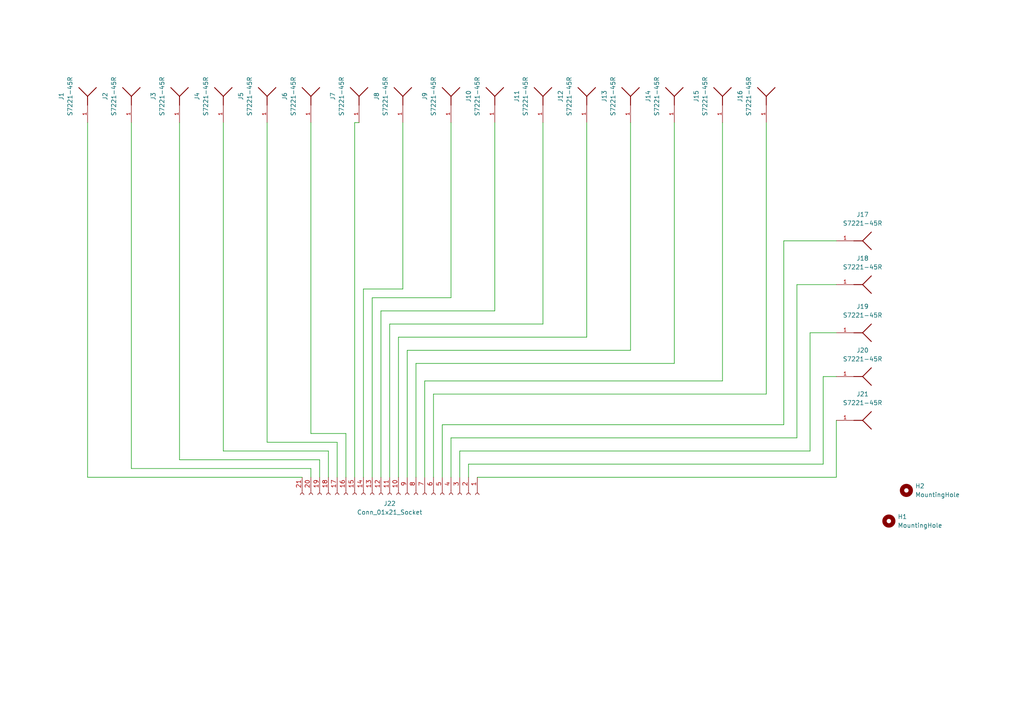
<source format=kicad_sch>
(kicad_sch
	(version 20231120)
	(generator "eeschema")
	(generator_version "8.0")
	(uuid "94cfecaf-7a38-4918-8add-7df36b99e39e")
	(paper "A4")
	(lib_symbols
		(symbol "Connector:Conn_01x21_Socket"
			(pin_names
				(offset 1.016) hide)
			(exclude_from_sim no)
			(in_bom yes)
			(on_board yes)
			(property "Reference" "J"
				(at 0 27.94 0)
				(effects
					(font
						(size 1.27 1.27)
					)
				)
			)
			(property "Value" "Conn_01x21_Socket"
				(at 0 -27.94 0)
				(effects
					(font
						(size 1.27 1.27)
					)
				)
			)
			(property "Footprint" ""
				(at 0 0 0)
				(effects
					(font
						(size 1.27 1.27)
					)
					(hide yes)
				)
			)
			(property "Datasheet" "~"
				(at 0 0 0)
				(effects
					(font
						(size 1.27 1.27)
					)
					(hide yes)
				)
			)
			(property "Description" "Generic connector, single row, 01x21, script generated"
				(at 0 0 0)
				(effects
					(font
						(size 1.27 1.27)
					)
					(hide yes)
				)
			)
			(property "ki_locked" ""
				(at 0 0 0)
				(effects
					(font
						(size 1.27 1.27)
					)
				)
			)
			(property "ki_keywords" "connector"
				(at 0 0 0)
				(effects
					(font
						(size 1.27 1.27)
					)
					(hide yes)
				)
			)
			(property "ki_fp_filters" "Connector*:*_1x??_*"
				(at 0 0 0)
				(effects
					(font
						(size 1.27 1.27)
					)
					(hide yes)
				)
			)
			(symbol "Conn_01x21_Socket_1_1"
				(arc
					(start 0 -24.892)
					(mid -0.5058 -25.4)
					(end 0 -25.908)
					(stroke
						(width 0.1524)
						(type default)
					)
					(fill
						(type none)
					)
				)
				(arc
					(start 0 -22.352)
					(mid -0.5058 -22.86)
					(end 0 -23.368)
					(stroke
						(width 0.1524)
						(type default)
					)
					(fill
						(type none)
					)
				)
				(arc
					(start 0 -19.812)
					(mid -0.5058 -20.32)
					(end 0 -20.828)
					(stroke
						(width 0.1524)
						(type default)
					)
					(fill
						(type none)
					)
				)
				(arc
					(start 0 -17.272)
					(mid -0.5058 -17.78)
					(end 0 -18.288)
					(stroke
						(width 0.1524)
						(type default)
					)
					(fill
						(type none)
					)
				)
				(arc
					(start 0 -14.732)
					(mid -0.5058 -15.24)
					(end 0 -15.748)
					(stroke
						(width 0.1524)
						(type default)
					)
					(fill
						(type none)
					)
				)
				(arc
					(start 0 -12.192)
					(mid -0.5058 -12.7)
					(end 0 -13.208)
					(stroke
						(width 0.1524)
						(type default)
					)
					(fill
						(type none)
					)
				)
				(arc
					(start 0 -9.652)
					(mid -0.5058 -10.16)
					(end 0 -10.668)
					(stroke
						(width 0.1524)
						(type default)
					)
					(fill
						(type none)
					)
				)
				(arc
					(start 0 -7.112)
					(mid -0.5058 -7.62)
					(end 0 -8.128)
					(stroke
						(width 0.1524)
						(type default)
					)
					(fill
						(type none)
					)
				)
				(arc
					(start 0 -4.572)
					(mid -0.5058 -5.08)
					(end 0 -5.588)
					(stroke
						(width 0.1524)
						(type default)
					)
					(fill
						(type none)
					)
				)
				(arc
					(start 0 -2.032)
					(mid -0.5058 -2.54)
					(end 0 -3.048)
					(stroke
						(width 0.1524)
						(type default)
					)
					(fill
						(type none)
					)
				)
				(polyline
					(pts
						(xy -1.27 -25.4) (xy -0.508 -25.4)
					)
					(stroke
						(width 0.1524)
						(type default)
					)
					(fill
						(type none)
					)
				)
				(polyline
					(pts
						(xy -1.27 -22.86) (xy -0.508 -22.86)
					)
					(stroke
						(width 0.1524)
						(type default)
					)
					(fill
						(type none)
					)
				)
				(polyline
					(pts
						(xy -1.27 -20.32) (xy -0.508 -20.32)
					)
					(stroke
						(width 0.1524)
						(type default)
					)
					(fill
						(type none)
					)
				)
				(polyline
					(pts
						(xy -1.27 -17.78) (xy -0.508 -17.78)
					)
					(stroke
						(width 0.1524)
						(type default)
					)
					(fill
						(type none)
					)
				)
				(polyline
					(pts
						(xy -1.27 -15.24) (xy -0.508 -15.24)
					)
					(stroke
						(width 0.1524)
						(type default)
					)
					(fill
						(type none)
					)
				)
				(polyline
					(pts
						(xy -1.27 -12.7) (xy -0.508 -12.7)
					)
					(stroke
						(width 0.1524)
						(type default)
					)
					(fill
						(type none)
					)
				)
				(polyline
					(pts
						(xy -1.27 -10.16) (xy -0.508 -10.16)
					)
					(stroke
						(width 0.1524)
						(type default)
					)
					(fill
						(type none)
					)
				)
				(polyline
					(pts
						(xy -1.27 -7.62) (xy -0.508 -7.62)
					)
					(stroke
						(width 0.1524)
						(type default)
					)
					(fill
						(type none)
					)
				)
				(polyline
					(pts
						(xy -1.27 -5.08) (xy -0.508 -5.08)
					)
					(stroke
						(width 0.1524)
						(type default)
					)
					(fill
						(type none)
					)
				)
				(polyline
					(pts
						(xy -1.27 -2.54) (xy -0.508 -2.54)
					)
					(stroke
						(width 0.1524)
						(type default)
					)
					(fill
						(type none)
					)
				)
				(polyline
					(pts
						(xy -1.27 0) (xy -0.508 0)
					)
					(stroke
						(width 0.1524)
						(type default)
					)
					(fill
						(type none)
					)
				)
				(polyline
					(pts
						(xy -1.27 2.54) (xy -0.508 2.54)
					)
					(stroke
						(width 0.1524)
						(type default)
					)
					(fill
						(type none)
					)
				)
				(polyline
					(pts
						(xy -1.27 5.08) (xy -0.508 5.08)
					)
					(stroke
						(width 0.1524)
						(type default)
					)
					(fill
						(type none)
					)
				)
				(polyline
					(pts
						(xy -1.27 7.62) (xy -0.508 7.62)
					)
					(stroke
						(width 0.1524)
						(type default)
					)
					(fill
						(type none)
					)
				)
				(polyline
					(pts
						(xy -1.27 10.16) (xy -0.508 10.16)
					)
					(stroke
						(width 0.1524)
						(type default)
					)
					(fill
						(type none)
					)
				)
				(polyline
					(pts
						(xy -1.27 12.7) (xy -0.508 12.7)
					)
					(stroke
						(width 0.1524)
						(type default)
					)
					(fill
						(type none)
					)
				)
				(polyline
					(pts
						(xy -1.27 15.24) (xy -0.508 15.24)
					)
					(stroke
						(width 0.1524)
						(type default)
					)
					(fill
						(type none)
					)
				)
				(polyline
					(pts
						(xy -1.27 17.78) (xy -0.508 17.78)
					)
					(stroke
						(width 0.1524)
						(type default)
					)
					(fill
						(type none)
					)
				)
				(polyline
					(pts
						(xy -1.27 20.32) (xy -0.508 20.32)
					)
					(stroke
						(width 0.1524)
						(type default)
					)
					(fill
						(type none)
					)
				)
				(polyline
					(pts
						(xy -1.27 22.86) (xy -0.508 22.86)
					)
					(stroke
						(width 0.1524)
						(type default)
					)
					(fill
						(type none)
					)
				)
				(polyline
					(pts
						(xy -1.27 25.4) (xy -0.508 25.4)
					)
					(stroke
						(width 0.1524)
						(type default)
					)
					(fill
						(type none)
					)
				)
				(arc
					(start 0 0.508)
					(mid -0.5058 0)
					(end 0 -0.508)
					(stroke
						(width 0.1524)
						(type default)
					)
					(fill
						(type none)
					)
				)
				(arc
					(start 0 3.048)
					(mid -0.5058 2.54)
					(end 0 2.032)
					(stroke
						(width 0.1524)
						(type default)
					)
					(fill
						(type none)
					)
				)
				(arc
					(start 0 5.588)
					(mid -0.5058 5.08)
					(end 0 4.572)
					(stroke
						(width 0.1524)
						(type default)
					)
					(fill
						(type none)
					)
				)
				(arc
					(start 0 8.128)
					(mid -0.5058 7.62)
					(end 0 7.112)
					(stroke
						(width 0.1524)
						(type default)
					)
					(fill
						(type none)
					)
				)
				(arc
					(start 0 10.668)
					(mid -0.5058 10.16)
					(end 0 9.652)
					(stroke
						(width 0.1524)
						(type default)
					)
					(fill
						(type none)
					)
				)
				(arc
					(start 0 13.208)
					(mid -0.5058 12.7)
					(end 0 12.192)
					(stroke
						(width 0.1524)
						(type default)
					)
					(fill
						(type none)
					)
				)
				(arc
					(start 0 15.748)
					(mid -0.5058 15.24)
					(end 0 14.732)
					(stroke
						(width 0.1524)
						(type default)
					)
					(fill
						(type none)
					)
				)
				(arc
					(start 0 18.288)
					(mid -0.5058 17.78)
					(end 0 17.272)
					(stroke
						(width 0.1524)
						(type default)
					)
					(fill
						(type none)
					)
				)
				(arc
					(start 0 20.828)
					(mid -0.5058 20.32)
					(end 0 19.812)
					(stroke
						(width 0.1524)
						(type default)
					)
					(fill
						(type none)
					)
				)
				(arc
					(start 0 23.368)
					(mid -0.5058 22.86)
					(end 0 22.352)
					(stroke
						(width 0.1524)
						(type default)
					)
					(fill
						(type none)
					)
				)
				(arc
					(start 0 25.908)
					(mid -0.5058 25.4)
					(end 0 24.892)
					(stroke
						(width 0.1524)
						(type default)
					)
					(fill
						(type none)
					)
				)
				(pin passive line
					(at -5.08 25.4 0)
					(length 3.81)
					(name "Pin_1"
						(effects
							(font
								(size 1.27 1.27)
							)
						)
					)
					(number "1"
						(effects
							(font
								(size 1.27 1.27)
							)
						)
					)
				)
				(pin passive line
					(at -5.08 2.54 0)
					(length 3.81)
					(name "Pin_10"
						(effects
							(font
								(size 1.27 1.27)
							)
						)
					)
					(number "10"
						(effects
							(font
								(size 1.27 1.27)
							)
						)
					)
				)
				(pin passive line
					(at -5.08 0 0)
					(length 3.81)
					(name "Pin_11"
						(effects
							(font
								(size 1.27 1.27)
							)
						)
					)
					(number "11"
						(effects
							(font
								(size 1.27 1.27)
							)
						)
					)
				)
				(pin passive line
					(at -5.08 -2.54 0)
					(length 3.81)
					(name "Pin_12"
						(effects
							(font
								(size 1.27 1.27)
							)
						)
					)
					(number "12"
						(effects
							(font
								(size 1.27 1.27)
							)
						)
					)
				)
				(pin passive line
					(at -5.08 -5.08 0)
					(length 3.81)
					(name "Pin_13"
						(effects
							(font
								(size 1.27 1.27)
							)
						)
					)
					(number "13"
						(effects
							(font
								(size 1.27 1.27)
							)
						)
					)
				)
				(pin passive line
					(at -5.08 -7.62 0)
					(length 3.81)
					(name "Pin_14"
						(effects
							(font
								(size 1.27 1.27)
							)
						)
					)
					(number "14"
						(effects
							(font
								(size 1.27 1.27)
							)
						)
					)
				)
				(pin passive line
					(at -5.08 -10.16 0)
					(length 3.81)
					(name "Pin_15"
						(effects
							(font
								(size 1.27 1.27)
							)
						)
					)
					(number "15"
						(effects
							(font
								(size 1.27 1.27)
							)
						)
					)
				)
				(pin passive line
					(at -5.08 -12.7 0)
					(length 3.81)
					(name "Pin_16"
						(effects
							(font
								(size 1.27 1.27)
							)
						)
					)
					(number "16"
						(effects
							(font
								(size 1.27 1.27)
							)
						)
					)
				)
				(pin passive line
					(at -5.08 -15.24 0)
					(length 3.81)
					(name "Pin_17"
						(effects
							(font
								(size 1.27 1.27)
							)
						)
					)
					(number "17"
						(effects
							(font
								(size 1.27 1.27)
							)
						)
					)
				)
				(pin passive line
					(at -5.08 -17.78 0)
					(length 3.81)
					(name "Pin_18"
						(effects
							(font
								(size 1.27 1.27)
							)
						)
					)
					(number "18"
						(effects
							(font
								(size 1.27 1.27)
							)
						)
					)
				)
				(pin passive line
					(at -5.08 -20.32 0)
					(length 3.81)
					(name "Pin_19"
						(effects
							(font
								(size 1.27 1.27)
							)
						)
					)
					(number "19"
						(effects
							(font
								(size 1.27 1.27)
							)
						)
					)
				)
				(pin passive line
					(at -5.08 22.86 0)
					(length 3.81)
					(name "Pin_2"
						(effects
							(font
								(size 1.27 1.27)
							)
						)
					)
					(number "2"
						(effects
							(font
								(size 1.27 1.27)
							)
						)
					)
				)
				(pin passive line
					(at -5.08 -22.86 0)
					(length 3.81)
					(name "Pin_20"
						(effects
							(font
								(size 1.27 1.27)
							)
						)
					)
					(number "20"
						(effects
							(font
								(size 1.27 1.27)
							)
						)
					)
				)
				(pin passive line
					(at -5.08 -25.4 0)
					(length 3.81)
					(name "Pin_21"
						(effects
							(font
								(size 1.27 1.27)
							)
						)
					)
					(number "21"
						(effects
							(font
								(size 1.27 1.27)
							)
						)
					)
				)
				(pin passive line
					(at -5.08 20.32 0)
					(length 3.81)
					(name "Pin_3"
						(effects
							(font
								(size 1.27 1.27)
							)
						)
					)
					(number "3"
						(effects
							(font
								(size 1.27 1.27)
							)
						)
					)
				)
				(pin passive line
					(at -5.08 17.78 0)
					(length 3.81)
					(name "Pin_4"
						(effects
							(font
								(size 1.27 1.27)
							)
						)
					)
					(number "4"
						(effects
							(font
								(size 1.27 1.27)
							)
						)
					)
				)
				(pin passive line
					(at -5.08 15.24 0)
					(length 3.81)
					(name "Pin_5"
						(effects
							(font
								(size 1.27 1.27)
							)
						)
					)
					(number "5"
						(effects
							(font
								(size 1.27 1.27)
							)
						)
					)
				)
				(pin passive line
					(at -5.08 12.7 0)
					(length 3.81)
					(name "Pin_6"
						(effects
							(font
								(size 1.27 1.27)
							)
						)
					)
					(number "6"
						(effects
							(font
								(size 1.27 1.27)
							)
						)
					)
				)
				(pin passive line
					(at -5.08 10.16 0)
					(length 3.81)
					(name "Pin_7"
						(effects
							(font
								(size 1.27 1.27)
							)
						)
					)
					(number "7"
						(effects
							(font
								(size 1.27 1.27)
							)
						)
					)
				)
				(pin passive line
					(at -5.08 7.62 0)
					(length 3.81)
					(name "Pin_8"
						(effects
							(font
								(size 1.27 1.27)
							)
						)
					)
					(number "8"
						(effects
							(font
								(size 1.27 1.27)
							)
						)
					)
				)
				(pin passive line
					(at -5.08 5.08 0)
					(length 3.81)
					(name "Pin_9"
						(effects
							(font
								(size 1.27 1.27)
							)
						)
					)
					(number "9"
						(effects
							(font
								(size 1.27 1.27)
							)
						)
					)
				)
			)
		)
		(symbol "Mechanical:MountingHole"
			(pin_names
				(offset 1.016)
			)
			(exclude_from_sim yes)
			(in_bom no)
			(on_board yes)
			(property "Reference" "H"
				(at 0 5.08 0)
				(effects
					(font
						(size 1.27 1.27)
					)
				)
			)
			(property "Value" "MountingHole"
				(at 0 3.175 0)
				(effects
					(font
						(size 1.27 1.27)
					)
				)
			)
			(property "Footprint" ""
				(at 0 0 0)
				(effects
					(font
						(size 1.27 1.27)
					)
					(hide yes)
				)
			)
			(property "Datasheet" "~"
				(at 0 0 0)
				(effects
					(font
						(size 1.27 1.27)
					)
					(hide yes)
				)
			)
			(property "Description" "Mounting Hole without connection"
				(at 0 0 0)
				(effects
					(font
						(size 1.27 1.27)
					)
					(hide yes)
				)
			)
			(property "ki_keywords" "mounting hole"
				(at 0 0 0)
				(effects
					(font
						(size 1.27 1.27)
					)
					(hide yes)
				)
			)
			(property "ki_fp_filters" "MountingHole*"
				(at 0 0 0)
				(effects
					(font
						(size 1.27 1.27)
					)
					(hide yes)
				)
			)
			(symbol "MountingHole_0_1"
				(circle
					(center 0 0)
					(radius 1.27)
					(stroke
						(width 1.27)
						(type default)
					)
					(fill
						(type none)
					)
				)
			)
		)
		(symbol "S7221-45R:S7221-45R"
			(pin_names
				(offset 1.016)
			)
			(exclude_from_sim no)
			(in_bom yes)
			(on_board yes)
			(property "Reference" "J"
				(at 0 2.5449 0)
				(effects
					(font
						(size 1.27 1.27)
					)
					(justify left bottom)
				)
			)
			(property "Value" "S7221-45R"
				(at 0 -5.107 0)
				(effects
					(font
						(size 1.27 1.27)
					)
					(justify left bottom)
				)
			)
			(property "Footprint" "S7221-45R:HARWIN_S7221-45R"
				(at 0 0 0)
				(effects
					(font
						(size 1.27 1.27)
					)
					(justify bottom)
					(hide yes)
				)
			)
			(property "Datasheet" ""
				(at 0 0 0)
				(effects
					(font
						(size 1.27 1.27)
					)
					(hide yes)
				)
			)
			(property "Description" ""
				(at 0 0 0)
				(effects
					(font
						(size 1.27 1.27)
					)
					(hide yes)
				)
			)
			(property "MF" "Harwin"
				(at 0 0 0)
				(effects
					(font
						(size 1.27 1.27)
					)
					(justify bottom)
					(hide yes)
				)
			)
			(property "Description_1" "RFI SHIELD FINGER AU 1.23MM SMD"
				(at 0 0 0)
				(effects
					(font
						(size 1.27 1.27)
					)
					(justify bottom)
					(hide yes)
				)
			)
			(property "Package" "None"
				(at 0 0 0)
				(effects
					(font
						(size 1.27 1.27)
					)
					(justify bottom)
					(hide yes)
				)
			)
			(property "Price" "0.22 USD"
				(at 0 0 0)
				(effects
					(font
						(size 1.27 1.27)
					)
					(justify bottom)
					(hide yes)
				)
			)
			(property "MP" "S7221-45R"
				(at 0 0 0)
				(effects
					(font
						(size 1.27 1.27)
					)
					(justify bottom)
					(hide yes)
				)
			)
			(property "Availability" "Good"
				(at 0 0 0)
				(effects
					(font
						(size 1.27 1.27)
					)
					(justify bottom)
					(hide yes)
				)
			)
			(symbol "S7221-45R_0_0"
				(polyline
					(pts
						(xy 0 0) (xy -2.54 -2.54)
					)
					(stroke
						(width 0.254)
						(type default)
					)
					(fill
						(type none)
					)
				)
				(polyline
					(pts
						(xy 0 0) (xy -2.54 2.54)
					)
					(stroke
						(width 0.254)
						(type default)
					)
					(fill
						(type none)
					)
				)
				(polyline
					(pts
						(xy 2.54 0) (xy 0 0)
					)
					(stroke
						(width 0.254)
						(type default)
					)
					(fill
						(type none)
					)
				)
				(pin passive line
					(at 7.62 0 180)
					(length 5.08)
					(name "~"
						(effects
							(font
								(size 1.016 1.016)
							)
						)
					)
					(number "1"
						(effects
							(font
								(size 1.016 1.016)
							)
						)
					)
				)
			)
		)
	)
	(wire
		(pts
			(xy 130.81 127) (xy 130.81 138.43)
		)
		(stroke
			(width 0)
			(type default)
		)
		(uuid "04e5ec70-9f9f-4e04-8c16-1d6613d4fc5c")
	)
	(wire
		(pts
			(xy 231.14 82.55) (xy 231.14 127)
		)
		(stroke
			(width 0)
			(type default)
		)
		(uuid "0528725e-6845-4e99-a9d6-885533952be9")
	)
	(wire
		(pts
			(xy 118.11 138.43) (xy 118.11 101.6)
		)
		(stroke
			(width 0)
			(type default)
		)
		(uuid "060fbe19-9999-4cbc-abca-137b64d1d35c")
	)
	(wire
		(pts
			(xy 107.95 86.36) (xy 130.81 86.36)
		)
		(stroke
			(width 0)
			(type default)
		)
		(uuid "0dcff386-e73f-4e77-bb5c-28594c54ddeb")
	)
	(wire
		(pts
			(xy 120.65 138.43) (xy 120.65 105.41)
		)
		(stroke
			(width 0)
			(type default)
		)
		(uuid "0e5f4009-c930-451b-b8fc-3463e2c98f32")
	)
	(wire
		(pts
			(xy 64.77 130.81) (xy 95.25 130.81)
		)
		(stroke
			(width 0)
			(type default)
		)
		(uuid "0f04a67d-9e2a-4690-8e9b-a209264183ba")
	)
	(wire
		(pts
			(xy 242.57 96.52) (xy 234.95 96.52)
		)
		(stroke
			(width 0)
			(type default)
		)
		(uuid "12f4908b-ff4d-4cb9-991c-43c0dfbc7d2f")
	)
	(wire
		(pts
			(xy 100.33 125.73) (xy 100.33 138.43)
		)
		(stroke
			(width 0)
			(type default)
		)
		(uuid "15969109-43b6-4b17-8b89-9c63f0624d44")
	)
	(wire
		(pts
			(xy 52.07 35.56) (xy 52.07 133.35)
		)
		(stroke
			(width 0)
			(type default)
		)
		(uuid "1930c9a6-8b69-4061-bc14-cd5fa3cfea80")
	)
	(wire
		(pts
			(xy 92.71 133.35) (xy 92.71 138.43)
		)
		(stroke
			(width 0)
			(type default)
		)
		(uuid "1de4f656-71f0-4dda-80f2-1ec7996f3e99")
	)
	(wire
		(pts
			(xy 231.14 127) (xy 130.81 127)
		)
		(stroke
			(width 0)
			(type default)
		)
		(uuid "1e02d203-1c95-456a-af5e-29816f55f215")
	)
	(wire
		(pts
			(xy 52.07 133.35) (xy 92.71 133.35)
		)
		(stroke
			(width 0)
			(type default)
		)
		(uuid "1e71e206-91b8-45b5-afc1-edeb4635af0d")
	)
	(wire
		(pts
			(xy 209.55 110.49) (xy 209.55 35.56)
		)
		(stroke
			(width 0)
			(type default)
		)
		(uuid "29ae172e-28b3-45c7-846c-0fe12f2b433c")
	)
	(wire
		(pts
			(xy 182.88 101.6) (xy 182.88 35.56)
		)
		(stroke
			(width 0)
			(type default)
		)
		(uuid "2a666caa-2b30-422d-8ce4-b119c1b4c2d4")
	)
	(wire
		(pts
			(xy 242.57 109.22) (xy 238.76 109.22)
		)
		(stroke
			(width 0)
			(type default)
		)
		(uuid "2b9bd2a4-36b3-42a4-aa7a-6ae051479f24")
	)
	(wire
		(pts
			(xy 157.48 93.98) (xy 157.48 35.56)
		)
		(stroke
			(width 0)
			(type default)
		)
		(uuid "3669d4ef-8764-48eb-8ee9-d4608c4675d3")
	)
	(wire
		(pts
			(xy 120.65 105.41) (xy 195.58 105.41)
		)
		(stroke
			(width 0)
			(type default)
		)
		(uuid "3ce8589e-64a3-4a75-9867-57941a54e6fe")
	)
	(wire
		(pts
			(xy 102.87 35.56) (xy 104.14 35.56)
		)
		(stroke
			(width 0)
			(type default)
		)
		(uuid "3dc5a77c-1b64-4817-a33b-b1c141cff764")
	)
	(wire
		(pts
			(xy 123.19 138.43) (xy 123.19 110.49)
		)
		(stroke
			(width 0)
			(type default)
		)
		(uuid "3f5ca9c0-0d8d-463d-8d8b-af5bc14cac0e")
	)
	(wire
		(pts
			(xy 123.19 110.49) (xy 209.55 110.49)
		)
		(stroke
			(width 0)
			(type default)
		)
		(uuid "498918b9-b061-4f79-b45b-26b10b53f3df")
	)
	(wire
		(pts
			(xy 102.87 138.43) (xy 102.87 35.56)
		)
		(stroke
			(width 0)
			(type default)
		)
		(uuid "4decfe8c-e673-43d9-830e-75bff7407c73")
	)
	(wire
		(pts
			(xy 90.17 135.89) (xy 90.17 138.43)
		)
		(stroke
			(width 0)
			(type default)
		)
		(uuid "52121bb0-cc88-4d11-b562-8ea952e07b61")
	)
	(wire
		(pts
			(xy 105.41 83.82) (xy 116.84 83.82)
		)
		(stroke
			(width 0)
			(type default)
		)
		(uuid "554267fa-228c-4a2e-9b02-cb5af42e9793")
	)
	(wire
		(pts
			(xy 125.73 114.3) (xy 222.25 114.3)
		)
		(stroke
			(width 0)
			(type default)
		)
		(uuid "55478375-c562-48d3-9675-25a6ab2f9bfa")
	)
	(wire
		(pts
			(xy 242.57 69.85) (xy 227.33 69.85)
		)
		(stroke
			(width 0)
			(type default)
		)
		(uuid "5d2d24c5-0358-4d17-9a63-28a42cb45f58")
	)
	(wire
		(pts
			(xy 77.47 128.27) (xy 97.79 128.27)
		)
		(stroke
			(width 0)
			(type default)
		)
		(uuid "63350db0-da51-4a72-a149-599e8b5c601f")
	)
	(wire
		(pts
			(xy 234.95 130.81) (xy 133.35 130.81)
		)
		(stroke
			(width 0)
			(type default)
		)
		(uuid "6558c051-02ff-4be3-bc87-cbcbe441fe5c")
	)
	(wire
		(pts
			(xy 222.25 114.3) (xy 222.25 35.56)
		)
		(stroke
			(width 0)
			(type default)
		)
		(uuid "686f7d6f-3003-4639-baa1-92dcf24a0f6a")
	)
	(wire
		(pts
			(xy 115.57 138.43) (xy 115.57 97.79)
		)
		(stroke
			(width 0)
			(type default)
		)
		(uuid "6bc53d3c-3c5a-464f-aa42-9d00101cf0f9")
	)
	(wire
		(pts
			(xy 64.77 35.56) (xy 64.77 130.81)
		)
		(stroke
			(width 0)
			(type default)
		)
		(uuid "717c7d9e-c3a5-4e77-8d99-ca01eab406c4")
	)
	(wire
		(pts
			(xy 170.18 97.79) (xy 170.18 35.56)
		)
		(stroke
			(width 0)
			(type default)
		)
		(uuid "71ee9fbb-66d4-48cf-a25f-689065f991a4")
	)
	(wire
		(pts
			(xy 227.33 69.85) (xy 227.33 123.19)
		)
		(stroke
			(width 0)
			(type default)
		)
		(uuid "772fb286-d414-4b7c-a419-d9dec8d08a87")
	)
	(wire
		(pts
			(xy 242.57 121.92) (xy 242.57 138.43)
		)
		(stroke
			(width 0)
			(type default)
		)
		(uuid "77395309-d526-495c-9168-b8acaa385284")
	)
	(wire
		(pts
			(xy 113.03 138.43) (xy 113.03 93.98)
		)
		(stroke
			(width 0)
			(type default)
		)
		(uuid "78259948-2d39-4b50-895b-373d83bb81c0")
	)
	(wire
		(pts
			(xy 116.84 83.82) (xy 116.84 35.56)
		)
		(stroke
			(width 0)
			(type default)
		)
		(uuid "7f079a14-5392-4fbe-ae91-f5c0688a4137")
	)
	(wire
		(pts
			(xy 242.57 82.55) (xy 231.14 82.55)
		)
		(stroke
			(width 0)
			(type default)
		)
		(uuid "7fc43d3d-fef6-44fb-8f3b-e05508890187")
	)
	(wire
		(pts
			(xy 234.95 96.52) (xy 234.95 130.81)
		)
		(stroke
			(width 0)
			(type default)
		)
		(uuid "810648ea-7791-4266-a80e-d3e16f9dd259")
	)
	(wire
		(pts
			(xy 238.76 109.22) (xy 238.76 134.62)
		)
		(stroke
			(width 0)
			(type default)
		)
		(uuid "8152eb4a-d03d-4bd5-8c47-33020f85c137")
	)
	(wire
		(pts
			(xy 118.11 101.6) (xy 182.88 101.6)
		)
		(stroke
			(width 0)
			(type default)
		)
		(uuid "83531487-c391-4874-a121-c6a1a9862890")
	)
	(wire
		(pts
			(xy 130.81 86.36) (xy 130.81 35.56)
		)
		(stroke
			(width 0)
			(type default)
		)
		(uuid "860db6a9-1cd7-4c91-bdbe-5b3b89f4f089")
	)
	(wire
		(pts
			(xy 95.25 130.81) (xy 95.25 138.43)
		)
		(stroke
			(width 0)
			(type default)
		)
		(uuid "8916ebee-242c-424b-81f2-2e1c59b385bb")
	)
	(wire
		(pts
			(xy 25.4 35.56) (xy 25.4 138.43)
		)
		(stroke
			(width 0)
			(type default)
		)
		(uuid "8a40cd66-7eaa-48db-a644-128af1477e93")
	)
	(wire
		(pts
			(xy 90.17 35.56) (xy 90.17 125.73)
		)
		(stroke
			(width 0)
			(type default)
		)
		(uuid "966e1b1d-8d2f-4794-973c-13ce6599c87b")
	)
	(wire
		(pts
			(xy 143.51 90.17) (xy 143.51 35.56)
		)
		(stroke
			(width 0)
			(type default)
		)
		(uuid "9a42dd05-30b7-425f-b3f0-474467d4e891")
	)
	(wire
		(pts
			(xy 110.49 90.17) (xy 143.51 90.17)
		)
		(stroke
			(width 0)
			(type default)
		)
		(uuid "a0563558-1fe6-420c-89ce-96facf33d678")
	)
	(wire
		(pts
			(xy 38.1 135.89) (xy 90.17 135.89)
		)
		(stroke
			(width 0)
			(type default)
		)
		(uuid "a763fd03-7f13-4fe8-9511-2e6a7566d2dd")
	)
	(wire
		(pts
			(xy 107.95 138.43) (xy 107.95 86.36)
		)
		(stroke
			(width 0)
			(type default)
		)
		(uuid "a7a5af6b-a1b9-4585-8504-b33ad3c11cf7")
	)
	(wire
		(pts
			(xy 227.33 123.19) (xy 128.27 123.19)
		)
		(stroke
			(width 0)
			(type default)
		)
		(uuid "ac49ab75-f12c-45d3-9e94-0be19a7c7a37")
	)
	(wire
		(pts
			(xy 195.58 105.41) (xy 195.58 35.56)
		)
		(stroke
			(width 0)
			(type default)
		)
		(uuid "acfb259f-130d-43f1-b8a2-297dae4919da")
	)
	(wire
		(pts
			(xy 128.27 123.19) (xy 128.27 138.43)
		)
		(stroke
			(width 0)
			(type default)
		)
		(uuid "add7b48b-b367-47a1-89e3-5c78764077d2")
	)
	(wire
		(pts
			(xy 38.1 35.56) (xy 38.1 135.89)
		)
		(stroke
			(width 0)
			(type default)
		)
		(uuid "aedb527b-6548-4794-bee3-f79a29e4bb00")
	)
	(wire
		(pts
			(xy 125.73 138.43) (xy 125.73 114.3)
		)
		(stroke
			(width 0)
			(type default)
		)
		(uuid "b847451a-53ec-4c29-a1c3-34019f2e8405")
	)
	(wire
		(pts
			(xy 113.03 93.98) (xy 157.48 93.98)
		)
		(stroke
			(width 0)
			(type default)
		)
		(uuid "c9ff7d56-0ff4-4630-a43f-cb8e32b696ff")
	)
	(wire
		(pts
			(xy 77.47 35.56) (xy 77.47 128.27)
		)
		(stroke
			(width 0)
			(type default)
		)
		(uuid "dade71a7-cd65-44f1-b0db-7482ab27d40d")
	)
	(wire
		(pts
			(xy 105.41 138.43) (xy 105.41 83.82)
		)
		(stroke
			(width 0)
			(type default)
		)
		(uuid "dc0059cf-65df-423f-81cd-13494074d183")
	)
	(wire
		(pts
			(xy 133.35 130.81) (xy 133.35 138.43)
		)
		(stroke
			(width 0)
			(type default)
		)
		(uuid "dd755004-10b7-4bbb-abfe-f53f439cb6b8")
	)
	(wire
		(pts
			(xy 110.49 138.43) (xy 110.49 90.17)
		)
		(stroke
			(width 0)
			(type default)
		)
		(uuid "e1621e73-9ae9-4031-b5f5-4216adbe3414")
	)
	(wire
		(pts
			(xy 25.4 138.43) (xy 87.63 138.43)
		)
		(stroke
			(width 0)
			(type default)
		)
		(uuid "e1fb83c6-5c90-41fc-9527-acf24fd226aa")
	)
	(wire
		(pts
			(xy 97.79 128.27) (xy 97.79 138.43)
		)
		(stroke
			(width 0)
			(type default)
		)
		(uuid "e58c1d90-7d63-4ed6-8df8-bf047c998176")
	)
	(wire
		(pts
			(xy 115.57 97.79) (xy 170.18 97.79)
		)
		(stroke
			(width 0)
			(type default)
		)
		(uuid "e69bc6b8-34ba-43e2-a15b-e38adcc4c806")
	)
	(wire
		(pts
			(xy 238.76 134.62) (xy 135.89 134.62)
		)
		(stroke
			(width 0)
			(type default)
		)
		(uuid "e9a4e25b-4649-4c64-ab95-7aa9bb741840")
	)
	(wire
		(pts
			(xy 90.17 125.73) (xy 100.33 125.73)
		)
		(stroke
			(width 0)
			(type default)
		)
		(uuid "eee244c3-1917-4253-bb2b-c5897874d2f8")
	)
	(wire
		(pts
			(xy 135.89 134.62) (xy 135.89 138.43)
		)
		(stroke
			(width 0)
			(type default)
		)
		(uuid "f1c88a2a-b875-4b9e-9f5b-512864b2301e")
	)
	(wire
		(pts
			(xy 242.57 138.43) (xy 138.43 138.43)
		)
		(stroke
			(width 0)
			(type default)
		)
		(uuid "fc826b92-b6af-4b28-aaf9-f7c0351282a9")
	)
	(symbol
		(lib_id "S7221-45R:S7221-45R")
		(at 209.55 27.94 90)
		(mirror x)
		(unit 1)
		(exclude_from_sim no)
		(in_bom yes)
		(on_board yes)
		(dnp no)
		(fields_autoplaced yes)
		(uuid "10fab5f6-8b50-41e1-932b-62e9a2b8d186")
		(property "Reference" "J15"
			(at 201.93 27.94 0)
			(effects
				(font
					(size 1.27 1.27)
				)
			)
		)
		(property "Value" "S7221-45R"
			(at 204.47 27.94 0)
			(effects
				(font
					(size 1.27 1.27)
				)
			)
		)
		(property "Footprint" "S7221_45R:HARWIN_S7221-45R"
			(at 209.55 27.94 0)
			(effects
				(font
					(size 1.27 1.27)
				)
				(justify bottom)
				(hide yes)
			)
		)
		(property "Datasheet" ""
			(at 209.55 27.94 0)
			(effects
				(font
					(size 1.27 1.27)
				)
				(hide yes)
			)
		)
		(property "Description" ""
			(at 209.55 27.94 0)
			(effects
				(font
					(size 1.27 1.27)
				)
				(hide yes)
			)
		)
		(property "MF" "Harwin"
			(at 209.55 27.94 0)
			(effects
				(font
					(size 1.27 1.27)
				)
				(justify bottom)
				(hide yes)
			)
		)
		(property "Description_1" "RFI SHIELD FINGER AU 1.23MM SMD"
			(at 209.55 27.94 0)
			(effects
				(font
					(size 1.27 1.27)
				)
				(justify bottom)
				(hide yes)
			)
		)
		(property "Package" "None"
			(at 209.55 27.94 0)
			(effects
				(font
					(size 1.27 1.27)
				)
				(justify bottom)
				(hide yes)
			)
		)
		(property "Price" "0.22 USD"
			(at 209.55 27.94 0)
			(effects
				(font
					(size 1.27 1.27)
				)
				(justify bottom)
				(hide yes)
			)
		)
		(property "MP" "S7221-45R"
			(at 209.55 27.94 0)
			(effects
				(font
					(size 1.27 1.27)
				)
				(justify bottom)
				(hide yes)
			)
		)
		(property "Availability" "Good"
			(at 209.55 27.94 0)
			(effects
				(font
					(size 1.27 1.27)
				)
				(justify bottom)
				(hide yes)
			)
		)
		(pin "1"
			(uuid "44467b7d-8043-48b4-8bac-70190eaa14f5")
		)
		(instances
			(project "Test Prototype for v0.3"
				(path "/94cfecaf-7a38-4918-8add-7df36b99e39e"
					(reference "J15")
					(unit 1)
				)
			)
		)
	)
	(symbol
		(lib_id "S7221-45R:S7221-45R")
		(at 25.4 27.94 90)
		(mirror x)
		(unit 1)
		(exclude_from_sim no)
		(in_bom yes)
		(on_board yes)
		(dnp no)
		(fields_autoplaced yes)
		(uuid "15a168f1-00a7-4432-b680-2db91d2c441f")
		(property "Reference" "J1"
			(at 17.78 27.94 0)
			(effects
				(font
					(size 1.27 1.27)
				)
			)
		)
		(property "Value" "S7221-45R"
			(at 20.32 27.94 0)
			(effects
				(font
					(size 1.27 1.27)
				)
			)
		)
		(property "Footprint" "S7221_45R:HARWIN_S7221-45R"
			(at 25.4 27.94 0)
			(effects
				(font
					(size 1.27 1.27)
				)
				(justify bottom)
				(hide yes)
			)
		)
		(property "Datasheet" ""
			(at 25.4 27.94 0)
			(effects
				(font
					(size 1.27 1.27)
				)
				(hide yes)
			)
		)
		(property "Description" ""
			(at 25.4 27.94 0)
			(effects
				(font
					(size 1.27 1.27)
				)
				(hide yes)
			)
		)
		(property "MF" "Harwin"
			(at 25.4 27.94 0)
			(effects
				(font
					(size 1.27 1.27)
				)
				(justify bottom)
				(hide yes)
			)
		)
		(property "Description_1" "RFI SHIELD FINGER AU 1.23MM SMD"
			(at 25.4 27.94 0)
			(effects
				(font
					(size 1.27 1.27)
				)
				(justify bottom)
				(hide yes)
			)
		)
		(property "Package" "None"
			(at 25.4 27.94 0)
			(effects
				(font
					(size 1.27 1.27)
				)
				(justify bottom)
				(hide yes)
			)
		)
		(property "Price" "0.22 USD"
			(at 25.4 27.94 0)
			(effects
				(font
					(size 1.27 1.27)
				)
				(justify bottom)
				(hide yes)
			)
		)
		(property "MP" "S7221-45R"
			(at 25.4 27.94 0)
			(effects
				(font
					(size 1.27 1.27)
				)
				(justify bottom)
				(hide yes)
			)
		)
		(property "Availability" "Good"
			(at 25.4 27.94 0)
			(effects
				(font
					(size 1.27 1.27)
				)
				(justify bottom)
				(hide yes)
			)
		)
		(pin "1"
			(uuid "a8e14b06-e37d-4cf1-8a48-6ab0eb5dd3e3")
		)
		(instances
			(project "Test Prototype for v0.3"
				(path "/94cfecaf-7a38-4918-8add-7df36b99e39e"
					(reference "J1")
					(unit 1)
				)
			)
		)
	)
	(symbol
		(lib_id "S7221-45R:S7221-45R")
		(at 104.14 27.94 90)
		(mirror x)
		(unit 1)
		(exclude_from_sim no)
		(in_bom yes)
		(on_board yes)
		(dnp no)
		(fields_autoplaced yes)
		(uuid "166bef18-01ba-4bf7-8f8f-742692baaa38")
		(property "Reference" "J7"
			(at 96.52 27.94 0)
			(effects
				(font
					(size 1.27 1.27)
				)
			)
		)
		(property "Value" "S7221-45R"
			(at 99.06 27.94 0)
			(effects
				(font
					(size 1.27 1.27)
				)
			)
		)
		(property "Footprint" "S7221_45R:HARWIN_S7221-45R"
			(at 104.14 27.94 0)
			(effects
				(font
					(size 1.27 1.27)
				)
				(justify bottom)
				(hide yes)
			)
		)
		(property "Datasheet" ""
			(at 104.14 27.94 0)
			(effects
				(font
					(size 1.27 1.27)
				)
				(hide yes)
			)
		)
		(property "Description" ""
			(at 104.14 27.94 0)
			(effects
				(font
					(size 1.27 1.27)
				)
				(hide yes)
			)
		)
		(property "MF" "Harwin"
			(at 104.14 27.94 0)
			(effects
				(font
					(size 1.27 1.27)
				)
				(justify bottom)
				(hide yes)
			)
		)
		(property "Description_1" "RFI SHIELD FINGER AU 1.23MM SMD"
			(at 104.14 27.94 0)
			(effects
				(font
					(size 1.27 1.27)
				)
				(justify bottom)
				(hide yes)
			)
		)
		(property "Package" "None"
			(at 104.14 27.94 0)
			(effects
				(font
					(size 1.27 1.27)
				)
				(justify bottom)
				(hide yes)
			)
		)
		(property "Price" "0.22 USD"
			(at 104.14 27.94 0)
			(effects
				(font
					(size 1.27 1.27)
				)
				(justify bottom)
				(hide yes)
			)
		)
		(property "MP" "S7221-45R"
			(at 104.14 27.94 0)
			(effects
				(font
					(size 1.27 1.27)
				)
				(justify bottom)
				(hide yes)
			)
		)
		(property "Availability" "Good"
			(at 104.14 27.94 0)
			(effects
				(font
					(size 1.27 1.27)
				)
				(justify bottom)
				(hide yes)
			)
		)
		(pin "1"
			(uuid "47a92087-c761-4d69-9241-e00528ffeb7d")
		)
		(instances
			(project "Test Prototype for v0.3"
				(path "/94cfecaf-7a38-4918-8add-7df36b99e39e"
					(reference "J7")
					(unit 1)
				)
			)
		)
	)
	(symbol
		(lib_id "S7221-45R:S7221-45R")
		(at 90.17 27.94 90)
		(mirror x)
		(unit 1)
		(exclude_from_sim no)
		(in_bom yes)
		(on_board yes)
		(dnp no)
		(fields_autoplaced yes)
		(uuid "1ecc7543-7a47-4579-8b5f-7d99c3c388ca")
		(property "Reference" "J6"
			(at 82.55 27.94 0)
			(effects
				(font
					(size 1.27 1.27)
				)
			)
		)
		(property "Value" "S7221-45R"
			(at 85.09 27.94 0)
			(effects
				(font
					(size 1.27 1.27)
				)
			)
		)
		(property "Footprint" "S7221_45R:HARWIN_S7221-45R"
			(at 90.17 27.94 0)
			(effects
				(font
					(size 1.27 1.27)
				)
				(justify bottom)
				(hide yes)
			)
		)
		(property "Datasheet" ""
			(at 90.17 27.94 0)
			(effects
				(font
					(size 1.27 1.27)
				)
				(hide yes)
			)
		)
		(property "Description" ""
			(at 90.17 27.94 0)
			(effects
				(font
					(size 1.27 1.27)
				)
				(hide yes)
			)
		)
		(property "MF" "Harwin"
			(at 90.17 27.94 0)
			(effects
				(font
					(size 1.27 1.27)
				)
				(justify bottom)
				(hide yes)
			)
		)
		(property "Description_1" "RFI SHIELD FINGER AU 1.23MM SMD"
			(at 90.17 27.94 0)
			(effects
				(font
					(size 1.27 1.27)
				)
				(justify bottom)
				(hide yes)
			)
		)
		(property "Package" "None"
			(at 90.17 27.94 0)
			(effects
				(font
					(size 1.27 1.27)
				)
				(justify bottom)
				(hide yes)
			)
		)
		(property "Price" "0.22 USD"
			(at 90.17 27.94 0)
			(effects
				(font
					(size 1.27 1.27)
				)
				(justify bottom)
				(hide yes)
			)
		)
		(property "MP" "S7221-45R"
			(at 90.17 27.94 0)
			(effects
				(font
					(size 1.27 1.27)
				)
				(justify bottom)
				(hide yes)
			)
		)
		(property "Availability" "Good"
			(at 90.17 27.94 0)
			(effects
				(font
					(size 1.27 1.27)
				)
				(justify bottom)
				(hide yes)
			)
		)
		(pin "1"
			(uuid "5e382373-c0bd-4811-8328-d6020f0a78b7")
		)
		(instances
			(project "Test Prototype for v0.3"
				(path "/94cfecaf-7a38-4918-8add-7df36b99e39e"
					(reference "J6")
					(unit 1)
				)
			)
		)
	)
	(symbol
		(lib_id "S7221-45R:S7221-45R")
		(at 77.47 27.94 90)
		(mirror x)
		(unit 1)
		(exclude_from_sim no)
		(in_bom yes)
		(on_board yes)
		(dnp no)
		(fields_autoplaced yes)
		(uuid "2f5b39da-4ed3-4c23-a86f-acb1878572d7")
		(property "Reference" "J5"
			(at 69.85 27.94 0)
			(effects
				(font
					(size 1.27 1.27)
				)
			)
		)
		(property "Value" "S7221-45R"
			(at 72.39 27.94 0)
			(effects
				(font
					(size 1.27 1.27)
				)
			)
		)
		(property "Footprint" "S7221_45R:HARWIN_S7221-45R"
			(at 77.47 27.94 0)
			(effects
				(font
					(size 1.27 1.27)
				)
				(justify bottom)
				(hide yes)
			)
		)
		(property "Datasheet" ""
			(at 77.47 27.94 0)
			(effects
				(font
					(size 1.27 1.27)
				)
				(hide yes)
			)
		)
		(property "Description" ""
			(at 77.47 27.94 0)
			(effects
				(font
					(size 1.27 1.27)
				)
				(hide yes)
			)
		)
		(property "MF" "Harwin"
			(at 77.47 27.94 0)
			(effects
				(font
					(size 1.27 1.27)
				)
				(justify bottom)
				(hide yes)
			)
		)
		(property "Description_1" "RFI SHIELD FINGER AU 1.23MM SMD"
			(at 77.47 27.94 0)
			(effects
				(font
					(size 1.27 1.27)
				)
				(justify bottom)
				(hide yes)
			)
		)
		(property "Package" "None"
			(at 77.47 27.94 0)
			(effects
				(font
					(size 1.27 1.27)
				)
				(justify bottom)
				(hide yes)
			)
		)
		(property "Price" "0.22 USD"
			(at 77.47 27.94 0)
			(effects
				(font
					(size 1.27 1.27)
				)
				(justify bottom)
				(hide yes)
			)
		)
		(property "MP" "S7221-45R"
			(at 77.47 27.94 0)
			(effects
				(font
					(size 1.27 1.27)
				)
				(justify bottom)
				(hide yes)
			)
		)
		(property "Availability" "Good"
			(at 77.47 27.94 0)
			(effects
				(font
					(size 1.27 1.27)
				)
				(justify bottom)
				(hide yes)
			)
		)
		(pin "1"
			(uuid "30f99685-c406-4a3c-9444-e9c113ce500b")
		)
		(instances
			(project "Test Prototype for v0.3"
				(path "/94cfecaf-7a38-4918-8add-7df36b99e39e"
					(reference "J5")
					(unit 1)
				)
			)
		)
	)
	(symbol
		(lib_id "S7221-45R:S7221-45R")
		(at 38.1 27.94 90)
		(mirror x)
		(unit 1)
		(exclude_from_sim no)
		(in_bom yes)
		(on_board yes)
		(dnp no)
		(fields_autoplaced yes)
		(uuid "35dad821-d9f8-4c93-86c9-504479b74e49")
		(property "Reference" "J2"
			(at 30.48 27.94 0)
			(effects
				(font
					(size 1.27 1.27)
				)
			)
		)
		(property "Value" "S7221-45R"
			(at 33.02 27.94 0)
			(effects
				(font
					(size 1.27 1.27)
				)
			)
		)
		(property "Footprint" "S7221_45R:HARWIN_S7221-45R"
			(at 38.1 27.94 0)
			(effects
				(font
					(size 1.27 1.27)
				)
				(justify bottom)
				(hide yes)
			)
		)
		(property "Datasheet" ""
			(at 38.1 27.94 0)
			(effects
				(font
					(size 1.27 1.27)
				)
				(hide yes)
			)
		)
		(property "Description" ""
			(at 38.1 27.94 0)
			(effects
				(font
					(size 1.27 1.27)
				)
				(hide yes)
			)
		)
		(property "MF" "Harwin"
			(at 38.1 27.94 0)
			(effects
				(font
					(size 1.27 1.27)
				)
				(justify bottom)
				(hide yes)
			)
		)
		(property "Description_1" "RFI SHIELD FINGER AU 1.23MM SMD"
			(at 38.1 27.94 0)
			(effects
				(font
					(size 1.27 1.27)
				)
				(justify bottom)
				(hide yes)
			)
		)
		(property "Package" "None"
			(at 38.1 27.94 0)
			(effects
				(font
					(size 1.27 1.27)
				)
				(justify bottom)
				(hide yes)
			)
		)
		(property "Price" "0.22 USD"
			(at 38.1 27.94 0)
			(effects
				(font
					(size 1.27 1.27)
				)
				(justify bottom)
				(hide yes)
			)
		)
		(property "MP" "S7221-45R"
			(at 38.1 27.94 0)
			(effects
				(font
					(size 1.27 1.27)
				)
				(justify bottom)
				(hide yes)
			)
		)
		(property "Availability" "Good"
			(at 38.1 27.94 0)
			(effects
				(font
					(size 1.27 1.27)
				)
				(justify bottom)
				(hide yes)
			)
		)
		(pin "1"
			(uuid "e5e3b9e4-4229-4fc5-bd67-abc176c91300")
		)
		(instances
			(project "Test Prototype for v0.3"
				(path "/94cfecaf-7a38-4918-8add-7df36b99e39e"
					(reference "J2")
					(unit 1)
				)
			)
		)
	)
	(symbol
		(lib_id "Connector:Conn_01x21_Socket")
		(at 113.03 143.51 270)
		(unit 1)
		(exclude_from_sim no)
		(in_bom yes)
		(on_board yes)
		(dnp no)
		(fields_autoplaced yes)
		(uuid "37704c4d-b346-48ca-a3a9-9d111a2a6c10")
		(property "Reference" "J22"
			(at 113.03 146.05 90)
			(effects
				(font
					(size 1.27 1.27)
				)
			)
		)
		(property "Value" "Conn_01x21_Socket"
			(at 113.03 148.59 90)
			(effects
				(font
					(size 1.27 1.27)
				)
			)
		)
		(property "Footprint" "Connector_PinHeader_2.54mm:PinHeader_1x21_P2.54mm_Horizontal"
			(at 113.03 143.51 0)
			(effects
				(font
					(size 1.27 1.27)
				)
				(hide yes)
			)
		)
		(property "Datasheet" "~"
			(at 113.03 143.51 0)
			(effects
				(font
					(size 1.27 1.27)
				)
				(hide yes)
			)
		)
		(property "Description" "Generic connector, single row, 01x21, script generated"
			(at 113.03 143.51 0)
			(effects
				(font
					(size 1.27 1.27)
				)
				(hide yes)
			)
		)
		(pin "19"
			(uuid "bad37a7e-db17-454d-9902-04be0d860402")
		)
		(pin "2"
			(uuid "be3762d0-8961-458f-af7c-dca964516447")
		)
		(pin "5"
			(uuid "d2b47c7f-1219-4a90-8ffb-0f803d9c5c12")
		)
		(pin "8"
			(uuid "008faa57-3398-4ebc-a8e2-711c746d5d9c")
		)
		(pin "12"
			(uuid "46a08f5e-fa6d-4f42-84bf-77f3db530f30")
		)
		(pin "1"
			(uuid "b0569642-3f54-4150-a69d-9a540817663f")
		)
		(pin "10"
			(uuid "2d1c5bc5-ef5d-49ee-b899-4e6c4c439862")
		)
		(pin "11"
			(uuid "8e2a61bc-2846-4cd2-bbb4-d445fd60b01b")
		)
		(pin "13"
			(uuid "bcabd665-98c8-439e-aced-b02bee5ea92c")
		)
		(pin "14"
			(uuid "19942901-252f-40a1-bf05-f732ebb35bb1")
		)
		(pin "18"
			(uuid "41a411eb-5c71-4e3c-9445-a06619ec9ec4")
		)
		(pin "15"
			(uuid "5d53f2fc-752e-4f7f-9fad-fc1ec7325ea8")
		)
		(pin "20"
			(uuid "a63266d7-91c3-4d6b-83c7-a11d81fd11e9")
		)
		(pin "4"
			(uuid "c6cd82cc-396e-4873-9866-2d8a7c92471f")
		)
		(pin "6"
			(uuid "2e55bad8-7623-4bed-825e-2412421aa1c8")
		)
		(pin "7"
			(uuid "96a74ee5-ab24-455e-8e03-fa656ae41223")
		)
		(pin "9"
			(uuid "c017b17d-54df-47b8-8a02-2818235cd194")
		)
		(pin "16"
			(uuid "5c0c2d28-17ed-4a85-850b-9591e9511b88")
		)
		(pin "17"
			(uuid "020e107e-a6d6-40fc-a9c8-154a713747e6")
		)
		(pin "21"
			(uuid "09e4f975-9f14-48de-a1a3-d5f9ac9bc7f9")
		)
		(pin "3"
			(uuid "02116815-5bd3-496f-8ab9-78b7326a20fc")
		)
		(instances
			(project "Test Prototype for v0.3"
				(path "/94cfecaf-7a38-4918-8add-7df36b99e39e"
					(reference "J22")
					(unit 1)
				)
			)
		)
	)
	(symbol
		(lib_id "S7221-45R:S7221-45R")
		(at 143.51 27.94 90)
		(mirror x)
		(unit 1)
		(exclude_from_sim no)
		(in_bom yes)
		(on_board yes)
		(dnp no)
		(fields_autoplaced yes)
		(uuid "427f8287-74d4-415e-b5a4-1ce527d5d1e9")
		(property "Reference" "J10"
			(at 135.89 27.94 0)
			(effects
				(font
					(size 1.27 1.27)
				)
			)
		)
		(property "Value" "S7221-45R"
			(at 138.43 27.94 0)
			(effects
				(font
					(size 1.27 1.27)
				)
			)
		)
		(property "Footprint" "S7221_45R:HARWIN_S7221-45R"
			(at 143.51 27.94 0)
			(effects
				(font
					(size 1.27 1.27)
				)
				(justify bottom)
				(hide yes)
			)
		)
		(property "Datasheet" ""
			(at 143.51 27.94 0)
			(effects
				(font
					(size 1.27 1.27)
				)
				(hide yes)
			)
		)
		(property "Description" ""
			(at 143.51 27.94 0)
			(effects
				(font
					(size 1.27 1.27)
				)
				(hide yes)
			)
		)
		(property "MF" "Harwin"
			(at 143.51 27.94 0)
			(effects
				(font
					(size 1.27 1.27)
				)
				(justify bottom)
				(hide yes)
			)
		)
		(property "Description_1" "RFI SHIELD FINGER AU 1.23MM SMD"
			(at 143.51 27.94 0)
			(effects
				(font
					(size 1.27 1.27)
				)
				(justify bottom)
				(hide yes)
			)
		)
		(property "Package" "None"
			(at 143.51 27.94 0)
			(effects
				(font
					(size 1.27 1.27)
				)
				(justify bottom)
				(hide yes)
			)
		)
		(property "Price" "0.22 USD"
			(at 143.51 27.94 0)
			(effects
				(font
					(size 1.27 1.27)
				)
				(justify bottom)
				(hide yes)
			)
		)
		(property "MP" "S7221-45R"
			(at 143.51 27.94 0)
			(effects
				(font
					(size 1.27 1.27)
				)
				(justify bottom)
				(hide yes)
			)
		)
		(property "Availability" "Good"
			(at 143.51 27.94 0)
			(effects
				(font
					(size 1.27 1.27)
				)
				(justify bottom)
				(hide yes)
			)
		)
		(pin "1"
			(uuid "71eea2af-47f6-4f82-a227-cc850d1101bc")
		)
		(instances
			(project "Test Prototype for v0.3"
				(path "/94cfecaf-7a38-4918-8add-7df36b99e39e"
					(reference "J10")
					(unit 1)
				)
			)
		)
	)
	(symbol
		(lib_id "S7221-45R:S7221-45R")
		(at 182.88 27.94 90)
		(mirror x)
		(unit 1)
		(exclude_from_sim no)
		(in_bom yes)
		(on_board yes)
		(dnp no)
		(fields_autoplaced yes)
		(uuid "47e6f7c1-a0ad-4c4d-b854-870c01dbd822")
		(property "Reference" "J13"
			(at 175.26 27.94 0)
			(effects
				(font
					(size 1.27 1.27)
				)
			)
		)
		(property "Value" "S7221-45R"
			(at 177.8 27.94 0)
			(effects
				(font
					(size 1.27 1.27)
				)
			)
		)
		(property "Footprint" "S7221_45R:HARWIN_S7221-45R"
			(at 182.88 27.94 0)
			(effects
				(font
					(size 1.27 1.27)
				)
				(justify bottom)
				(hide yes)
			)
		)
		(property "Datasheet" ""
			(at 182.88 27.94 0)
			(effects
				(font
					(size 1.27 1.27)
				)
				(hide yes)
			)
		)
		(property "Description" ""
			(at 182.88 27.94 0)
			(effects
				(font
					(size 1.27 1.27)
				)
				(hide yes)
			)
		)
		(property "MF" "Harwin"
			(at 182.88 27.94 0)
			(effects
				(font
					(size 1.27 1.27)
				)
				(justify bottom)
				(hide yes)
			)
		)
		(property "Description_1" "RFI SHIELD FINGER AU 1.23MM SMD"
			(at 182.88 27.94 0)
			(effects
				(font
					(size 1.27 1.27)
				)
				(justify bottom)
				(hide yes)
			)
		)
		(property "Package" "None"
			(at 182.88 27.94 0)
			(effects
				(font
					(size 1.27 1.27)
				)
				(justify bottom)
				(hide yes)
			)
		)
		(property "Price" "0.22 USD"
			(at 182.88 27.94 0)
			(effects
				(font
					(size 1.27 1.27)
				)
				(justify bottom)
				(hide yes)
			)
		)
		(property "MP" "S7221-45R"
			(at 182.88 27.94 0)
			(effects
				(font
					(size 1.27 1.27)
				)
				(justify bottom)
				(hide yes)
			)
		)
		(property "Availability" "Good"
			(at 182.88 27.94 0)
			(effects
				(font
					(size 1.27 1.27)
				)
				(justify bottom)
				(hide yes)
			)
		)
		(pin "1"
			(uuid "31ec100c-5a64-4c4c-9e19-b40a0ec5dc4f")
		)
		(instances
			(project "Test Prototype for v0.3"
				(path "/94cfecaf-7a38-4918-8add-7df36b99e39e"
					(reference "J13")
					(unit 1)
				)
			)
		)
	)
	(symbol
		(lib_id "S7221-45R:S7221-45R")
		(at 250.19 121.92 0)
		(mirror y)
		(unit 1)
		(exclude_from_sim no)
		(in_bom yes)
		(on_board yes)
		(dnp no)
		(fields_autoplaced yes)
		(uuid "4fb84300-3844-42b8-a39e-26ffa57e8dd0")
		(property "Reference" "J21"
			(at 250.19 114.3 0)
			(effects
				(font
					(size 1.27 1.27)
				)
			)
		)
		(property "Value" "S7221-45R"
			(at 250.19 116.84 0)
			(effects
				(font
					(size 1.27 1.27)
				)
			)
		)
		(property "Footprint" "S7221_45R:HARWIN_S7221-45R"
			(at 250.19 121.92 0)
			(effects
				(font
					(size 1.27 1.27)
				)
				(justify bottom)
				(hide yes)
			)
		)
		(property "Datasheet" ""
			(at 250.19 121.92 0)
			(effects
				(font
					(size 1.27 1.27)
				)
				(hide yes)
			)
		)
		(property "Description" ""
			(at 250.19 121.92 0)
			(effects
				(font
					(size 1.27 1.27)
				)
				(hide yes)
			)
		)
		(property "MF" "Harwin"
			(at 250.19 121.92 0)
			(effects
				(font
					(size 1.27 1.27)
				)
				(justify bottom)
				(hide yes)
			)
		)
		(property "Description_1" "RFI SHIELD FINGER AU 1.23MM SMD"
			(at 250.19 121.92 0)
			(effects
				(font
					(size 1.27 1.27)
				)
				(justify bottom)
				(hide yes)
			)
		)
		(property "Package" "None"
			(at 250.19 121.92 0)
			(effects
				(font
					(size 1.27 1.27)
				)
				(justify bottom)
				(hide yes)
			)
		)
		(property "Price" "0.22 USD"
			(at 250.19 121.92 0)
			(effects
				(font
					(size 1.27 1.27)
				)
				(justify bottom)
				(hide yes)
			)
		)
		(property "MP" "S7221-45R"
			(at 250.19 121.92 0)
			(effects
				(font
					(size 1.27 1.27)
				)
				(justify bottom)
				(hide yes)
			)
		)
		(property "Availability" "Good"
			(at 250.19 121.92 0)
			(effects
				(font
					(size 1.27 1.27)
				)
				(justify bottom)
				(hide yes)
			)
		)
		(pin "1"
			(uuid "14227905-2b4b-4b48-990c-62e5d06fbbda")
		)
		(instances
			(project "Test Prototype for v0.3"
				(path "/94cfecaf-7a38-4918-8add-7df36b99e39e"
					(reference "J21")
					(unit 1)
				)
			)
		)
	)
	(symbol
		(lib_id "S7221-45R:S7221-45R")
		(at 64.77 27.94 90)
		(mirror x)
		(unit 1)
		(exclude_from_sim no)
		(in_bom yes)
		(on_board yes)
		(dnp no)
		(fields_autoplaced yes)
		(uuid "5f69645e-1eee-4772-87c5-8320a4c6ddc0")
		(property "Reference" "J4"
			(at 57.15 27.94 0)
			(effects
				(font
					(size 1.27 1.27)
				)
			)
		)
		(property "Value" "S7221-45R"
			(at 59.69 27.94 0)
			(effects
				(font
					(size 1.27 1.27)
				)
			)
		)
		(property "Footprint" "S7221_45R:HARWIN_S7221-45R"
			(at 64.77 27.94 0)
			(effects
				(font
					(size 1.27 1.27)
				)
				(justify bottom)
				(hide yes)
			)
		)
		(property "Datasheet" ""
			(at 64.77 27.94 0)
			(effects
				(font
					(size 1.27 1.27)
				)
				(hide yes)
			)
		)
		(property "Description" ""
			(at 64.77 27.94 0)
			(effects
				(font
					(size 1.27 1.27)
				)
				(hide yes)
			)
		)
		(property "MF" "Harwin"
			(at 64.77 27.94 0)
			(effects
				(font
					(size 1.27 1.27)
				)
				(justify bottom)
				(hide yes)
			)
		)
		(property "Description_1" "RFI SHIELD FINGER AU 1.23MM SMD"
			(at 64.77 27.94 0)
			(effects
				(font
					(size 1.27 1.27)
				)
				(justify bottom)
				(hide yes)
			)
		)
		(property "Package" "None"
			(at 64.77 27.94 0)
			(effects
				(font
					(size 1.27 1.27)
				)
				(justify bottom)
				(hide yes)
			)
		)
		(property "Price" "0.22 USD"
			(at 64.77 27.94 0)
			(effects
				(font
					(size 1.27 1.27)
				)
				(justify bottom)
				(hide yes)
			)
		)
		(property "MP" "S7221-45R"
			(at 64.77 27.94 0)
			(effects
				(font
					(size 1.27 1.27)
				)
				(justify bottom)
				(hide yes)
			)
		)
		(property "Availability" "Good"
			(at 64.77 27.94 0)
			(effects
				(font
					(size 1.27 1.27)
				)
				(justify bottom)
				(hide yes)
			)
		)
		(pin "1"
			(uuid "0eff0d11-74ae-4da7-be4a-bf4b11c1ef0d")
		)
		(instances
			(project "Test Prototype for v0.3"
				(path "/94cfecaf-7a38-4918-8add-7df36b99e39e"
					(reference "J4")
					(unit 1)
				)
			)
		)
	)
	(symbol
		(lib_id "Mechanical:MountingHole")
		(at 257.81 151.13 0)
		(unit 1)
		(exclude_from_sim yes)
		(in_bom no)
		(on_board yes)
		(dnp no)
		(fields_autoplaced yes)
		(uuid "684a50b0-add9-48c2-ab02-f91748190a09")
		(property "Reference" "H1"
			(at 260.35 149.8599 0)
			(effects
				(font
					(size 1.27 1.27)
				)
				(justify left)
			)
		)
		(property "Value" "MountingHole"
			(at 260.35 152.3999 0)
			(effects
				(font
					(size 1.27 1.27)
				)
				(justify left)
			)
		)
		(property "Footprint" "MountingHole:MountingHole_4.3mm_M4"
			(at 257.81 151.13 0)
			(effects
				(font
					(size 1.27 1.27)
				)
				(hide yes)
			)
		)
		(property "Datasheet" "~"
			(at 257.81 151.13 0)
			(effects
				(font
					(size 1.27 1.27)
				)
				(hide yes)
			)
		)
		(property "Description" "Mounting Hole without connection"
			(at 257.81 151.13 0)
			(effects
				(font
					(size 1.27 1.27)
				)
				(hide yes)
			)
		)
		(instances
			(project "Test Prototype for v0.3"
				(path "/94cfecaf-7a38-4918-8add-7df36b99e39e"
					(reference "H1")
					(unit 1)
				)
			)
		)
	)
	(symbol
		(lib_id "S7221-45R:S7221-45R")
		(at 170.18 27.94 90)
		(mirror x)
		(unit 1)
		(exclude_from_sim no)
		(in_bom yes)
		(on_board yes)
		(dnp no)
		(fields_autoplaced yes)
		(uuid "829371e2-e238-4133-9464-4f08b0c10198")
		(property "Reference" "J12"
			(at 162.56 27.94 0)
			(effects
				(font
					(size 1.27 1.27)
				)
			)
		)
		(property "Value" "S7221-45R"
			(at 165.1 27.94 0)
			(effects
				(font
					(size 1.27 1.27)
				)
			)
		)
		(property "Footprint" "S7221_45R:HARWIN_S7221-45R"
			(at 170.18 27.94 0)
			(effects
				(font
					(size 1.27 1.27)
				)
				(justify bottom)
				(hide yes)
			)
		)
		(property "Datasheet" ""
			(at 170.18 27.94 0)
			(effects
				(font
					(size 1.27 1.27)
				)
				(hide yes)
			)
		)
		(property "Description" ""
			(at 170.18 27.94 0)
			(effects
				(font
					(size 1.27 1.27)
				)
				(hide yes)
			)
		)
		(property "MF" "Harwin"
			(at 170.18 27.94 0)
			(effects
				(font
					(size 1.27 1.27)
				)
				(justify bottom)
				(hide yes)
			)
		)
		(property "Description_1" "RFI SHIELD FINGER AU 1.23MM SMD"
			(at 170.18 27.94 0)
			(effects
				(font
					(size 1.27 1.27)
				)
				(justify bottom)
				(hide yes)
			)
		)
		(property "Package" "None"
			(at 170.18 27.94 0)
			(effects
				(font
					(size 1.27 1.27)
				)
				(justify bottom)
				(hide yes)
			)
		)
		(property "Price" "0.22 USD"
			(at 170.18 27.94 0)
			(effects
				(font
					(size 1.27 1.27)
				)
				(justify bottom)
				(hide yes)
			)
		)
		(property "MP" "S7221-45R"
			(at 170.18 27.94 0)
			(effects
				(font
					(size 1.27 1.27)
				)
				(justify bottom)
				(hide yes)
			)
		)
		(property "Availability" "Good"
			(at 170.18 27.94 0)
			(effects
				(font
					(size 1.27 1.27)
				)
				(justify bottom)
				(hide yes)
			)
		)
		(pin "1"
			(uuid "fd595309-75ba-4cc7-80a0-f6d63eb2c193")
		)
		(instances
			(project "Test Prototype for v0.3"
				(path "/94cfecaf-7a38-4918-8add-7df36b99e39e"
					(reference "J12")
					(unit 1)
				)
			)
		)
	)
	(symbol
		(lib_id "S7221-45R:S7221-45R")
		(at 222.25 27.94 90)
		(mirror x)
		(unit 1)
		(exclude_from_sim no)
		(in_bom yes)
		(on_board yes)
		(dnp no)
		(fields_autoplaced yes)
		(uuid "8c65341d-d830-481b-9b66-35efe6c8296f")
		(property "Reference" "J16"
			(at 214.63 27.94 0)
			(effects
				(font
					(size 1.27 1.27)
				)
			)
		)
		(property "Value" "S7221-45R"
			(at 217.17 27.94 0)
			(effects
				(font
					(size 1.27 1.27)
				)
			)
		)
		(property "Footprint" "S7221_45R:HARWIN_S7221-45R"
			(at 222.25 27.94 0)
			(effects
				(font
					(size 1.27 1.27)
				)
				(justify bottom)
				(hide yes)
			)
		)
		(property "Datasheet" ""
			(at 222.25 27.94 0)
			(effects
				(font
					(size 1.27 1.27)
				)
				(hide yes)
			)
		)
		(property "Description" ""
			(at 222.25 27.94 0)
			(effects
				(font
					(size 1.27 1.27)
				)
				(hide yes)
			)
		)
		(property "MF" "Harwin"
			(at 222.25 27.94 0)
			(effects
				(font
					(size 1.27 1.27)
				)
				(justify bottom)
				(hide yes)
			)
		)
		(property "Description_1" "RFI SHIELD FINGER AU 1.23MM SMD"
			(at 222.25 27.94 0)
			(effects
				(font
					(size 1.27 1.27)
				)
				(justify bottom)
				(hide yes)
			)
		)
		(property "Package" "None"
			(at 222.25 27.94 0)
			(effects
				(font
					(size 1.27 1.27)
				)
				(justify bottom)
				(hide yes)
			)
		)
		(property "Price" "0.22 USD"
			(at 222.25 27.94 0)
			(effects
				(font
					(size 1.27 1.27)
				)
				(justify bottom)
				(hide yes)
			)
		)
		(property "MP" "S7221-45R"
			(at 222.25 27.94 0)
			(effects
				(font
					(size 1.27 1.27)
				)
				(justify bottom)
				(hide yes)
			)
		)
		(property "Availability" "Good"
			(at 222.25 27.94 0)
			(effects
				(font
					(size 1.27 1.27)
				)
				(justify bottom)
				(hide yes)
			)
		)
		(pin "1"
			(uuid "77861cb7-7634-496a-9571-9a2b251468ae")
		)
		(instances
			(project "Test Prototype for v0.3"
				(path "/94cfecaf-7a38-4918-8add-7df36b99e39e"
					(reference "J16")
					(unit 1)
				)
			)
		)
	)
	(symbol
		(lib_id "S7221-45R:S7221-45R")
		(at 130.81 27.94 90)
		(mirror x)
		(unit 1)
		(exclude_from_sim no)
		(in_bom yes)
		(on_board yes)
		(dnp no)
		(fields_autoplaced yes)
		(uuid "8ed7f138-2209-443a-94b1-910923642f4a")
		(property "Reference" "J9"
			(at 123.19 27.94 0)
			(effects
				(font
					(size 1.27 1.27)
				)
			)
		)
		(property "Value" "S7221-45R"
			(at 125.73 27.94 0)
			(effects
				(font
					(size 1.27 1.27)
				)
			)
		)
		(property "Footprint" "S7221_45R:HARWIN_S7221-45R"
			(at 130.81 27.94 0)
			(effects
				(font
					(size 1.27 1.27)
				)
				(justify bottom)
				(hide yes)
			)
		)
		(property "Datasheet" ""
			(at 130.81 27.94 0)
			(effects
				(font
					(size 1.27 1.27)
				)
				(hide yes)
			)
		)
		(property "Description" ""
			(at 130.81 27.94 0)
			(effects
				(font
					(size 1.27 1.27)
				)
				(hide yes)
			)
		)
		(property "MF" "Harwin"
			(at 130.81 27.94 0)
			(effects
				(font
					(size 1.27 1.27)
				)
				(justify bottom)
				(hide yes)
			)
		)
		(property "Description_1" "RFI SHIELD FINGER AU 1.23MM SMD"
			(at 130.81 27.94 0)
			(effects
				(font
					(size 1.27 1.27)
				)
				(justify bottom)
				(hide yes)
			)
		)
		(property "Package" "None"
			(at 130.81 27.94 0)
			(effects
				(font
					(size 1.27 1.27)
				)
				(justify bottom)
				(hide yes)
			)
		)
		(property "Price" "0.22 USD"
			(at 130.81 27.94 0)
			(effects
				(font
					(size 1.27 1.27)
				)
				(justify bottom)
				(hide yes)
			)
		)
		(property "MP" "S7221-45R"
			(at 130.81 27.94 0)
			(effects
				(font
					(size 1.27 1.27)
				)
				(justify bottom)
				(hide yes)
			)
		)
		(property "Availability" "Good"
			(at 130.81 27.94 0)
			(effects
				(font
					(size 1.27 1.27)
				)
				(justify bottom)
				(hide yes)
			)
		)
		(pin "1"
			(uuid "191edc4e-b407-4780-a129-9fba06a85352")
		)
		(instances
			(project "Test Prototype for v0.3"
				(path "/94cfecaf-7a38-4918-8add-7df36b99e39e"
					(reference "J9")
					(unit 1)
				)
			)
		)
	)
	(symbol
		(lib_id "Mechanical:MountingHole")
		(at 262.89 142.24 0)
		(unit 1)
		(exclude_from_sim yes)
		(in_bom no)
		(on_board yes)
		(dnp no)
		(fields_autoplaced yes)
		(uuid "94f6a1c4-53f1-4623-a4a2-04b535dc2cfb")
		(property "Reference" "H2"
			(at 265.43 140.9699 0)
			(effects
				(font
					(size 1.27 1.27)
				)
				(justify left)
			)
		)
		(property "Value" "MountingHole"
			(at 265.43 143.5099 0)
			(effects
				(font
					(size 1.27 1.27)
				)
				(justify left)
			)
		)
		(property "Footprint" "MountingHole:MountingHole_4.3mm_M4"
			(at 262.89 142.24 0)
			(effects
				(font
					(size 1.27 1.27)
				)
				(hide yes)
			)
		)
		(property "Datasheet" "~"
			(at 262.89 142.24 0)
			(effects
				(font
					(size 1.27 1.27)
				)
				(hide yes)
			)
		)
		(property "Description" "Mounting Hole without connection"
			(at 262.89 142.24 0)
			(effects
				(font
					(size 1.27 1.27)
				)
				(hide yes)
			)
		)
		(instances
			(project "Test Prototype for v0.3"
				(path "/94cfecaf-7a38-4918-8add-7df36b99e39e"
					(reference "H2")
					(unit 1)
				)
			)
		)
	)
	(symbol
		(lib_id "S7221-45R:S7221-45R")
		(at 157.48 27.94 90)
		(mirror x)
		(unit 1)
		(exclude_from_sim no)
		(in_bom yes)
		(on_board yes)
		(dnp no)
		(fields_autoplaced yes)
		(uuid "96e19557-aa8f-479e-a840-bed960f3ff11")
		(property "Reference" "J11"
			(at 149.86 27.94 0)
			(effects
				(font
					(size 1.27 1.27)
				)
			)
		)
		(property "Value" "S7221-45R"
			(at 152.4 27.94 0)
			(effects
				(font
					(size 1.27 1.27)
				)
			)
		)
		(property "Footprint" "S7221_45R:HARWIN_S7221-45R"
			(at 157.48 27.94 0)
			(effects
				(font
					(size 1.27 1.27)
				)
				(justify bottom)
				(hide yes)
			)
		)
		(property "Datasheet" ""
			(at 157.48 27.94 0)
			(effects
				(font
					(size 1.27 1.27)
				)
				(hide yes)
			)
		)
		(property "Description" ""
			(at 157.48 27.94 0)
			(effects
				(font
					(size 1.27 1.27)
				)
				(hide yes)
			)
		)
		(property "MF" "Harwin"
			(at 157.48 27.94 0)
			(effects
				(font
					(size 1.27 1.27)
				)
				(justify bottom)
				(hide yes)
			)
		)
		(property "Description_1" "RFI SHIELD FINGER AU 1.23MM SMD"
			(at 157.48 27.94 0)
			(effects
				(font
					(size 1.27 1.27)
				)
				(justify bottom)
				(hide yes)
			)
		)
		(property "Package" "None"
			(at 157.48 27.94 0)
			(effects
				(font
					(size 1.27 1.27)
				)
				(justify bottom)
				(hide yes)
			)
		)
		(property "Price" "0.22 USD"
			(at 157.48 27.94 0)
			(effects
				(font
					(size 1.27 1.27)
				)
				(justify bottom)
				(hide yes)
			)
		)
		(property "MP" "S7221-45R"
			(at 157.48 27.94 0)
			(effects
				(font
					(size 1.27 1.27)
				)
				(justify bottom)
				(hide yes)
			)
		)
		(property "Availability" "Good"
			(at 157.48 27.94 0)
			(effects
				(font
					(size 1.27 1.27)
				)
				(justify bottom)
				(hide yes)
			)
		)
		(pin "1"
			(uuid "76be56c2-4f33-4f14-a0e8-5e888ad9adfc")
		)
		(instances
			(project "Test Prototype for v0.3"
				(path "/94cfecaf-7a38-4918-8add-7df36b99e39e"
					(reference "J11")
					(unit 1)
				)
			)
		)
	)
	(symbol
		(lib_id "S7221-45R:S7221-45R")
		(at 250.19 69.85 0)
		(mirror y)
		(unit 1)
		(exclude_from_sim no)
		(in_bom yes)
		(on_board yes)
		(dnp no)
		(fields_autoplaced yes)
		(uuid "9951bf4c-9c49-4817-9115-80f654aa7b5a")
		(property "Reference" "J17"
			(at 250.19 62.23 0)
			(effects
				(font
					(size 1.27 1.27)
				)
			)
		)
		(property "Value" "S7221-45R"
			(at 250.19 64.77 0)
			(effects
				(font
					(size 1.27 1.27)
				)
			)
		)
		(property "Footprint" "S7221_45R:HARWIN_S7221-45R"
			(at 250.19 69.85 0)
			(effects
				(font
					(size 1.27 1.27)
				)
				(justify bottom)
				(hide yes)
			)
		)
		(property "Datasheet" ""
			(at 250.19 69.85 0)
			(effects
				(font
					(size 1.27 1.27)
				)
				(hide yes)
			)
		)
		(property "Description" ""
			(at 250.19 69.85 0)
			(effects
				(font
					(size 1.27 1.27)
				)
				(hide yes)
			)
		)
		(property "MF" "Harwin"
			(at 250.19 69.85 0)
			(effects
				(font
					(size 1.27 1.27)
				)
				(justify bottom)
				(hide yes)
			)
		)
		(property "Description_1" "RFI SHIELD FINGER AU 1.23MM SMD"
			(at 250.19 69.85 0)
			(effects
				(font
					(size 1.27 1.27)
				)
				(justify bottom)
				(hide yes)
			)
		)
		(property "Package" "None"
			(at 250.19 69.85 0)
			(effects
				(font
					(size 1.27 1.27)
				)
				(justify bottom)
				(hide yes)
			)
		)
		(property "Price" "0.22 USD"
			(at 250.19 69.85 0)
			(effects
				(font
					(size 1.27 1.27)
				)
				(justify bottom)
				(hide yes)
			)
		)
		(property "MP" "S7221-45R"
			(at 250.19 69.85 0)
			(effects
				(font
					(size 1.27 1.27)
				)
				(justify bottom)
				(hide yes)
			)
		)
		(property "Availability" "Good"
			(at 250.19 69.85 0)
			(effects
				(font
					(size 1.27 1.27)
				)
				(justify bottom)
				(hide yes)
			)
		)
		(pin "1"
			(uuid "f9776054-4ecb-49b3-8cb0-33306a2fbf04")
		)
		(instances
			(project "Test Prototype for v0.3"
				(path "/94cfecaf-7a38-4918-8add-7df36b99e39e"
					(reference "J17")
					(unit 1)
				)
			)
		)
	)
	(symbol
		(lib_id "S7221-45R:S7221-45R")
		(at 52.07 27.94 90)
		(mirror x)
		(unit 1)
		(exclude_from_sim no)
		(in_bom yes)
		(on_board yes)
		(dnp no)
		(fields_autoplaced yes)
		(uuid "b3c3c166-747e-4207-80b5-241d58905e7e")
		(property "Reference" "J3"
			(at 44.45 27.94 0)
			(effects
				(font
					(size 1.27 1.27)
				)
			)
		)
		(property "Value" "S7221-45R"
			(at 46.99 27.94 0)
			(effects
				(font
					(size 1.27 1.27)
				)
			)
		)
		(property "Footprint" "S7221_45R:HARWIN_S7221-45R"
			(at 52.07 27.94 0)
			(effects
				(font
					(size 1.27 1.27)
				)
				(justify bottom)
				(hide yes)
			)
		)
		(property "Datasheet" ""
			(at 52.07 27.94 0)
			(effects
				(font
					(size 1.27 1.27)
				)
				(hide yes)
			)
		)
		(property "Description" ""
			(at 52.07 27.94 0)
			(effects
				(font
					(size 1.27 1.27)
				)
				(hide yes)
			)
		)
		(property "MF" "Harwin"
			(at 52.07 27.94 0)
			(effects
				(font
					(size 1.27 1.27)
				)
				(justify bottom)
				(hide yes)
			)
		)
		(property "Description_1" "RFI SHIELD FINGER AU 1.23MM SMD"
			(at 52.07 27.94 0)
			(effects
				(font
					(size 1.27 1.27)
				)
				(justify bottom)
				(hide yes)
			)
		)
		(property "Package" "None"
			(at 52.07 27.94 0)
			(effects
				(font
					(size 1.27 1.27)
				)
				(justify bottom)
				(hide yes)
			)
		)
		(property "Price" "0.22 USD"
			(at 52.07 27.94 0)
			(effects
				(font
					(size 1.27 1.27)
				)
				(justify bottom)
				(hide yes)
			)
		)
		(property "MP" "S7221-45R"
			(at 52.07 27.94 0)
			(effects
				(font
					(size 1.27 1.27)
				)
				(justify bottom)
				(hide yes)
			)
		)
		(property "Availability" "Good"
			(at 52.07 27.94 0)
			(effects
				(font
					(size 1.27 1.27)
				)
				(justify bottom)
				(hide yes)
			)
		)
		(pin "1"
			(uuid "f76a8636-1f04-401d-ae9d-2300c80df8ac")
		)
		(instances
			(project "Test Prototype for v0.3"
				(path "/94cfecaf-7a38-4918-8add-7df36b99e39e"
					(reference "J3")
					(unit 1)
				)
			)
		)
	)
	(symbol
		(lib_id "S7221-45R:S7221-45R")
		(at 250.19 96.52 0)
		(mirror y)
		(unit 1)
		(exclude_from_sim no)
		(in_bom yes)
		(on_board yes)
		(dnp no)
		(fields_autoplaced yes)
		(uuid "b44068fd-a20e-4455-bfd5-d2ac1b2c902e")
		(property "Reference" "J19"
			(at 250.19 88.9 0)
			(effects
				(font
					(size 1.27 1.27)
				)
			)
		)
		(property "Value" "S7221-45R"
			(at 250.19 91.44 0)
			(effects
				(font
					(size 1.27 1.27)
				)
			)
		)
		(property "Footprint" "S7221_45R:HARWIN_S7221-45R"
			(at 250.19 96.52 0)
			(effects
				(font
					(size 1.27 1.27)
				)
				(justify bottom)
				(hide yes)
			)
		)
		(property "Datasheet" ""
			(at 250.19 96.52 0)
			(effects
				(font
					(size 1.27 1.27)
				)
				(hide yes)
			)
		)
		(property "Description" ""
			(at 250.19 96.52 0)
			(effects
				(font
					(size 1.27 1.27)
				)
				(hide yes)
			)
		)
		(property "MF" "Harwin"
			(at 250.19 96.52 0)
			(effects
				(font
					(size 1.27 1.27)
				)
				(justify bottom)
				(hide yes)
			)
		)
		(property "Description_1" "RFI SHIELD FINGER AU 1.23MM SMD"
			(at 250.19 96.52 0)
			(effects
				(font
					(size 1.27 1.27)
				)
				(justify bottom)
				(hide yes)
			)
		)
		(property "Package" "None"
			(at 250.19 96.52 0)
			(effects
				(font
					(size 1.27 1.27)
				)
				(justify bottom)
				(hide yes)
			)
		)
		(property "Price" "0.22 USD"
			(at 250.19 96.52 0)
			(effects
				(font
					(size 1.27 1.27)
				)
				(justify bottom)
				(hide yes)
			)
		)
		(property "MP" "S7221-45R"
			(at 250.19 96.52 0)
			(effects
				(font
					(size 1.27 1.27)
				)
				(justify bottom)
				(hide yes)
			)
		)
		(property "Availability" "Good"
			(at 250.19 96.52 0)
			(effects
				(font
					(size 1.27 1.27)
				)
				(justify bottom)
				(hide yes)
			)
		)
		(pin "1"
			(uuid "744c6d9d-747a-44de-8418-4424dbd021d7")
		)
		(instances
			(project "Test Prototype for v0.3"
				(path "/94cfecaf-7a38-4918-8add-7df36b99e39e"
					(reference "J19")
					(unit 1)
				)
			)
		)
	)
	(symbol
		(lib_id "S7221-45R:S7221-45R")
		(at 250.19 109.22 0)
		(mirror y)
		(unit 1)
		(exclude_from_sim no)
		(in_bom yes)
		(on_board yes)
		(dnp no)
		(fields_autoplaced yes)
		(uuid "b60d9f34-0cc0-4e8e-aa5c-dbcc6a9fe7ec")
		(property "Reference" "J20"
			(at 250.19 101.6 0)
			(effects
				(font
					(size 1.27 1.27)
				)
			)
		)
		(property "Value" "S7221-45R"
			(at 250.19 104.14 0)
			(effects
				(font
					(size 1.27 1.27)
				)
			)
		)
		(property "Footprint" "S7221_45R:HARWIN_S7221-45R"
			(at 250.19 109.22 0)
			(effects
				(font
					(size 1.27 1.27)
				)
				(justify bottom)
				(hide yes)
			)
		)
		(property "Datasheet" ""
			(at 250.19 109.22 0)
			(effects
				(font
					(size 1.27 1.27)
				)
				(hide yes)
			)
		)
		(property "Description" ""
			(at 250.19 109.22 0)
			(effects
				(font
					(size 1.27 1.27)
				)
				(hide yes)
			)
		)
		(property "MF" "Harwin"
			(at 250.19 109.22 0)
			(effects
				(font
					(size 1.27 1.27)
				)
				(justify bottom)
				(hide yes)
			)
		)
		(property "Description_1" "RFI SHIELD FINGER AU 1.23MM SMD"
			(at 250.19 109.22 0)
			(effects
				(font
					(size 1.27 1.27)
				)
				(justify bottom)
				(hide yes)
			)
		)
		(property "Package" "None"
			(at 250.19 109.22 0)
			(effects
				(font
					(size 1.27 1.27)
				)
				(justify bottom)
				(hide yes)
			)
		)
		(property "Price" "0.22 USD"
			(at 250.19 109.22 0)
			(effects
				(font
					(size 1.27 1.27)
				)
				(justify bottom)
				(hide yes)
			)
		)
		(property "MP" "S7221-45R"
			(at 250.19 109.22 0)
			(effects
				(font
					(size 1.27 1.27)
				)
				(justify bottom)
				(hide yes)
			)
		)
		(property "Availability" "Good"
			(at 250.19 109.22 0)
			(effects
				(font
					(size 1.27 1.27)
				)
				(justify bottom)
				(hide yes)
			)
		)
		(pin "1"
			(uuid "e87f6d25-c6ef-421a-9c36-28ca92a5d954")
		)
		(instances
			(project "Test Prototype for v0.3"
				(path "/94cfecaf-7a38-4918-8add-7df36b99e39e"
					(reference "J20")
					(unit 1)
				)
			)
		)
	)
	(symbol
		(lib_id "S7221-45R:S7221-45R")
		(at 116.84 27.94 90)
		(mirror x)
		(unit 1)
		(exclude_from_sim no)
		(in_bom yes)
		(on_board yes)
		(dnp no)
		(fields_autoplaced yes)
		(uuid "c179dde5-21ae-4308-8875-3c7326059508")
		(property "Reference" "J8"
			(at 109.22 27.94 0)
			(effects
				(font
					(size 1.27 1.27)
				)
			)
		)
		(property "Value" "S7221-45R"
			(at 111.76 27.94 0)
			(effects
				(font
					(size 1.27 1.27)
				)
			)
		)
		(property "Footprint" "S7221_45R:HARWIN_S7221-45R"
			(at 116.84 27.94 0)
			(effects
				(font
					(size 1.27 1.27)
				)
				(justify bottom)
				(hide yes)
			)
		)
		(property "Datasheet" ""
			(at 116.84 27.94 0)
			(effects
				(font
					(size 1.27 1.27)
				)
				(hide yes)
			)
		)
		(property "Description" ""
			(at 116.84 27.94 0)
			(effects
				(font
					(size 1.27 1.27)
				)
				(hide yes)
			)
		)
		(property "MF" "Harwin"
			(at 116.84 27.94 0)
			(effects
				(font
					(size 1.27 1.27)
				)
				(justify bottom)
				(hide yes)
			)
		)
		(property "Description_1" "RFI SHIELD FINGER AU 1.23MM SMD"
			(at 116.84 27.94 0)
			(effects
				(font
					(size 1.27 1.27)
				)
				(justify bottom)
				(hide yes)
			)
		)
		(property "Package" "None"
			(at 116.84 27.94 0)
			(effects
				(font
					(size 1.27 1.27)
				)
				(justify bottom)
				(hide yes)
			)
		)
		(property "Price" "0.22 USD"
			(at 116.84 27.94 0)
			(effects
				(font
					(size 1.27 1.27)
				)
				(justify bottom)
				(hide yes)
			)
		)
		(property "MP" "S7221-45R"
			(at 116.84 27.94 0)
			(effects
				(font
					(size 1.27 1.27)
				)
				(justify bottom)
				(hide yes)
			)
		)
		(property "Availability" "Good"
			(at 116.84 27.94 0)
			(effects
				(font
					(size 1.27 1.27)
				)
				(justify bottom)
				(hide yes)
			)
		)
		(pin "1"
			(uuid "e8d7071b-a36f-4c4f-83e9-0615ff847f4e")
		)
		(instances
			(project "Test Prototype for v0.3"
				(path "/94cfecaf-7a38-4918-8add-7df36b99e39e"
					(reference "J8")
					(unit 1)
				)
			)
		)
	)
	(symbol
		(lib_id "S7221-45R:S7221-45R")
		(at 250.19 82.55 0)
		(mirror y)
		(unit 1)
		(exclude_from_sim no)
		(in_bom yes)
		(on_board yes)
		(dnp no)
		(fields_autoplaced yes)
		(uuid "c19c0655-4fbc-4ba1-8557-0190fa3690ec")
		(property "Reference" "J18"
			(at 250.19 74.93 0)
			(effects
				(font
					(size 1.27 1.27)
				)
			)
		)
		(property "Value" "S7221-45R"
			(at 250.19 77.47 0)
			(effects
				(font
					(size 1.27 1.27)
				)
			)
		)
		(property "Footprint" "S7221_45R:HARWIN_S7221-45R"
			(at 250.19 82.55 0)
			(effects
				(font
					(size 1.27 1.27)
				)
				(justify bottom)
				(hide yes)
			)
		)
		(property "Datasheet" ""
			(at 250.19 82.55 0)
			(effects
				(font
					(size 1.27 1.27)
				)
				(hide yes)
			)
		)
		(property "Description" ""
			(at 250.19 82.55 0)
			(effects
				(font
					(size 1.27 1.27)
				)
				(hide yes)
			)
		)
		(property "MF" "Harwin"
			(at 250.19 82.55 0)
			(effects
				(font
					(size 1.27 1.27)
				)
				(justify bottom)
				(hide yes)
			)
		)
		(property "Description_1" "RFI SHIELD FINGER AU 1.23MM SMD"
			(at 250.19 82.55 0)
			(effects
				(font
					(size 1.27 1.27)
				)
				(justify bottom)
				(hide yes)
			)
		)
		(property "Package" "None"
			(at 250.19 82.55 0)
			(effects
				(font
					(size 1.27 1.27)
				)
				(justify bottom)
				(hide yes)
			)
		)
		(property "Price" "0.22 USD"
			(at 250.19 82.55 0)
			(effects
				(font
					(size 1.27 1.27)
				)
				(justify bottom)
				(hide yes)
			)
		)
		(property "MP" "S7221-45R"
			(at 250.19 82.55 0)
			(effects
				(font
					(size 1.27 1.27)
				)
				(justify bottom)
				(hide yes)
			)
		)
		(property "Availability" "Good"
			(at 250.19 82.55 0)
			(effects
				(font
					(size 1.27 1.27)
				)
				(justify bottom)
				(hide yes)
			)
		)
		(pin "1"
			(uuid "cf32df1c-3c74-4eea-91b1-6ef8c7ad4933")
		)
		(instances
			(project "Test Prototype for v0.3"
				(path "/94cfecaf-7a38-4918-8add-7df36b99e39e"
					(reference "J18")
					(unit 1)
				)
			)
		)
	)
	(symbol
		(lib_id "S7221-45R:S7221-45R")
		(at 195.58 27.94 90)
		(mirror x)
		(unit 1)
		(exclude_from_sim no)
		(in_bom yes)
		(on_board yes)
		(dnp no)
		(fields_autoplaced yes)
		(uuid "f6529370-5e6a-4438-8aa1-ba54b0f52749")
		(property "Reference" "J14"
			(at 187.96 27.94 0)
			(effects
				(font
					(size 1.27 1.27)
				)
			)
		)
		(property "Value" "S7221-45R"
			(at 190.5 27.94 0)
			(effects
				(font
					(size 1.27 1.27)
				)
			)
		)
		(property "Footprint" "S7221_45R:HARWIN_S7221-45R"
			(at 195.58 27.94 0)
			(effects
				(font
					(size 1.27 1.27)
				)
				(justify bottom)
				(hide yes)
			)
		)
		(property "Datasheet" ""
			(at 195.58 27.94 0)
			(effects
				(font
					(size 1.27 1.27)
				)
				(hide yes)
			)
		)
		(property "Description" ""
			(at 195.58 27.94 0)
			(effects
				(font
					(size 1.27 1.27)
				)
				(hide yes)
			)
		)
		(property "MF" "Harwin"
			(at 195.58 27.94 0)
			(effects
				(font
					(size 1.27 1.27)
				)
				(justify bottom)
				(hide yes)
			)
		)
		(property "Description_1" "RFI SHIELD FINGER AU 1.23MM SMD"
			(at 195.58 27.94 0)
			(effects
				(font
					(size 1.27 1.27)
				)
				(justify bottom)
				(hide yes)
			)
		)
		(property "Package" "None"
			(at 195.58 27.94 0)
			(effects
				(font
					(size 1.27 1.27)
				)
				(justify bottom)
				(hide yes)
			)
		)
		(property "Price" "0.22 USD"
			(at 195.58 27.94 0)
			(effects
				(font
					(size 1.27 1.27)
				)
				(justify bottom)
				(hide yes)
			)
		)
		(property "MP" "S7221-45R"
			(at 195.58 27.94 0)
			(effects
				(font
					(size 1.27 1.27)
				)
				(justify bottom)
				(hide yes)
			)
		)
		(property "Availability" "Good"
			(at 195.58 27.94 0)
			(effects
				(font
					(size 1.27 1.27)
				)
				(justify bottom)
				(hide yes)
			)
		)
		(pin "1"
			(uuid "b9aef123-4312-412a-bf07-d9567ae8216a")
		)
		(instances
			(project "Test Prototype for v0.3"
				(path "/94cfecaf-7a38-4918-8add-7df36b99e39e"
					(reference "J14")
					(unit 1)
				)
			)
		)
	)
	(sheet_instances
		(path "/"
			(page "1")
		)
	)
)
</source>
